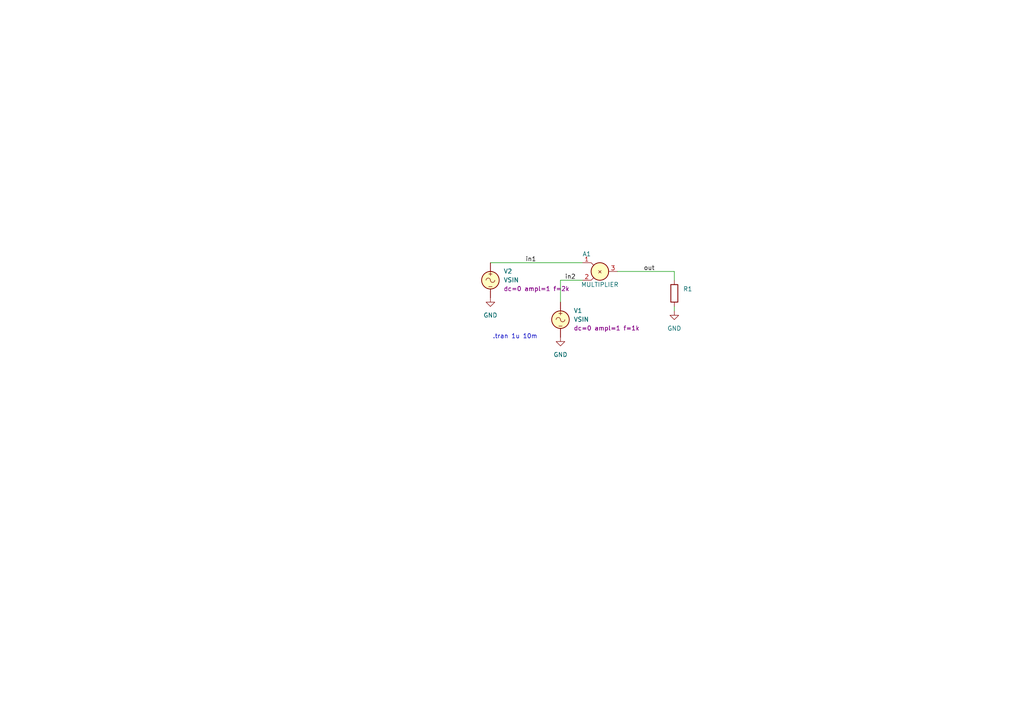
<source format=kicad_sch>
(kicad_sch (version 20230819) (generator eeschema)
  (paper "A4")
  (lib_symbols
    (symbol "SPICE_Basic:R" (pin_numbers hide) (pin_names (offset 0))
      (property "Reference" "R" (at 2.54 1.27 0))
      (property "Spice_Model" "1k" (at 2.54 -1.27 0))
      (symbol "R_0_1"
        (rectangle (start -1.016 -2.54) (end 1.016 2.54) (stroke (width 0.254)))
      )
      (symbol "R_1_1"
        (pin passive line (at 0 3.81 270) (length 1.27) (name "~") (number "1"))
        (pin passive line (at 0 -3.81 90) (length 1.27) (name "~") (number "2"))
      )
    )
    (symbol "SPICE_Basic:VSIN" (pin_numbers hide) (pin_names (offset 0.0254))
      (property "Reference" "V" (at 2.54 2.54 0))
      (property "Value" "VSIN" (at 2.54 0 0))
      (property "Spice_Model" "sin(0 1 1k)" (at 2.54 -2.54 0))
      (symbol "VSIN_0_0"
        (arc (start 0 0) (mid -0.635 0.6323) (end -1.27 0))
        (arc (start 0 0) (mid 0.635 -0.6323) (end 1.27 0))
        (text "+" (at 0 1.905 0) (effects (font (size 1.27 1.27))))
        (text "-" (at 0 -1.778 0) (effects (font (size 1.27 1.27))))
      )
      (symbol "VSIN_0_1"
        (circle (center 0 0) (radius 2.54) (stroke (width 0.254)) (fill (type background)))
      )
      (symbol "VSIN_1_1"
        (pin passive line (at 0 5.08 270) (length 2.54) (name "~") (number "1"))
        (pin passive line (at 0 -5.08 90) (length 2.54) (name "~") (number "2"))
      )
    )
    (symbol "XSPICE_BasicAnalog:MULTIPLIER" (pin_names (offset 0.0254))
      (property "Reference" "A" (at -2.54 3.81 0))
      (property "Value" "MULTIPLIER" (at 2.54 5.08 0))
      (property "Spice_Model" "mult" (at 2.54 2.54 0))
      (symbol "MULTIPLIER_0_0"
        (polyline (pts (xy -2.54 -2.54) (xy -1.905 -1.905)))
        (polyline (pts (xy -2.54 2.54) (xy -1.905 1.905)))
        (text "×" (at 0 0 0) (effects (font (size 1.27 1.27))))
      )
      (symbol "MULTIPLIER_0_1"
        (circle (center 0 0) (radius 2.54) (stroke (width 0.254)) (fill (type background)))
      )
      (symbol "MULTIPLIER_1_1"
        (pin input line (at -5.08 2.54 0) (length 2.54) (name "") (number "1"))
        (pin input line (at -5.08 -2.54 0) (length 2.54) (name "") (number "2"))
        (pin output line (at 5.08 0 180) (length 2.54) (name "~") (number "3"))
      )
    )
    (symbol "power:GND" (power) (pin_names (offset 0))
      (property "Value" "GND" (at 0 -3.81 0))
      (symbol "GND_0_1"
        (polyline (pts (xy 0 0) (xy 0 -1.27) (xy 1.27 -1.27) (xy 0 -2.54) (xy -1.27 -1.27) (xy 0 -1.27)))
      )
      (symbol "GND_1_1"
        (pin power_in line (at 0 0 270) (length 0) hide (name "GND") (number "1"))
      )
    )
  )
  (wire (pts (xy 162.56 87.63) (xy 162.56 81.28)))
  (wire (pts (xy 142.24 76.2) (xy 168.91 76.2)))
  (wire (pts (xy 162.56 81.28) (xy 168.91 81.28)))
  (wire (pts (xy 195.58 88.9) (xy 195.58 90.17)))
  (wire (pts (xy 195.58 81.28) (xy 195.58 78.74)))
  (wire (pts (xy 179.07 78.74) (xy 195.58 78.74)))
  (text ".tran 1u 10m\n" (at 142.875 98.425 0) (effects (font (size 1.27 1.27)) (justify left bottom)))
  (label "in1" (at 152.4 76.2 0))
  (label "in2" (at 163.83 81.28 0))
  (label "out" (at 186.69 78.74 0))
  (symbol (lib_id "SPICE_Basic:VSIN") (at 142.24 81.28 0) (unit 1)
    (property "Reference" "V2" (at 146.05 78.6763 0) (effects (justify left)))
    (property "Value" "VSIN" (at 146.05 81.2163 0) (effects (justify left)))
    (property "Sim.Device" "V" (effects hide))
    (property "Sim.Type" "SIN" (effects hide))
    (property "Sim.Params" "dc=0 ampl=1 f=2k" (at 146.05 83.7563 0) (effects (justify left)))
    (property "Sim.Pins" "1=+ 2=-" (effects hide))
  )
  (symbol (lib_id "power:GND") (at 162.56 97.79 0) (unit 1)
    (property "Reference" "#PWR0101" (effects hide))
    (property "Value" "GND" (at 162.56 102.87 0))
  )
  (symbol (lib_id "SPICE_Basic:VSIN") (at 162.56 92.71 0) (unit 1)
    (property "Reference" "V1" (at 166.37 90.1063 0) (effects (justify left)))
    (property "Value" "VSIN" (at 166.37 92.6463 0) (effects (justify left)))
    (property "Sim.Device" "V" (effects hide))
    (property "Sim.Type" "SIN" (effects hide))
    (property "Sim.Params" "dc=0 ampl=1 f=1k" (at 166.37 95.1863 0) (effects (justify left)))
    (property "Sim.Pins" "1=+ 2=-" (effects hide))
  )
  (symbol (lib_id "power:GND") (at 142.24 86.36 0) (unit 1)
    (property "Reference" "#PWR0103" (effects hide))
    (property "Value" "GND" (at 142.24 91.44 0))
  )
  (symbol (lib_id "power:GND") (at 195.58 90.17 0) (unit 1)
    (property "Reference" "#PWR0102" (effects hide))
    (property "Value" "GND" (at 195.58 95.25 0))
  )
  (symbol (lib_id "XSPICE_BasicAnalog:MULTIPLIER") (at 173.99 78.74 0) (unit 1)
    (property "Reference" "A1" (at 170.18 73.66 0))
    (property "Value" "MULTIPLIER" (at 173.99 82.55 0))
    (property "Sim.Device" "SUBCKT" (effects hide))
    (property "Sim.Pins" "1=in1 2=in2 3=out" (effects hide))
    (property "Sim.Library" "mult.lib" (effects hide))
    (property "Sim.Name" "mult" (effects hide))
  )
  (symbol (lib_id "SPICE_Basic:R") (at 195.58 85.09 0) (unit 1)
    (property "Reference" "R1" (at 198.12 83.8199 0) (effects (justify left)))
    (property "Value" "R" (effects hide))
    (property "Sim.Device" "SPICE" (effects hide))
    (property "Sim.Params" "type=\"R\" model=\"1k\" lib=\"\"" (effects hide))
    (property "Sim.Pins" "1=1 2=2" (effects hide))
  )
)
</source>
